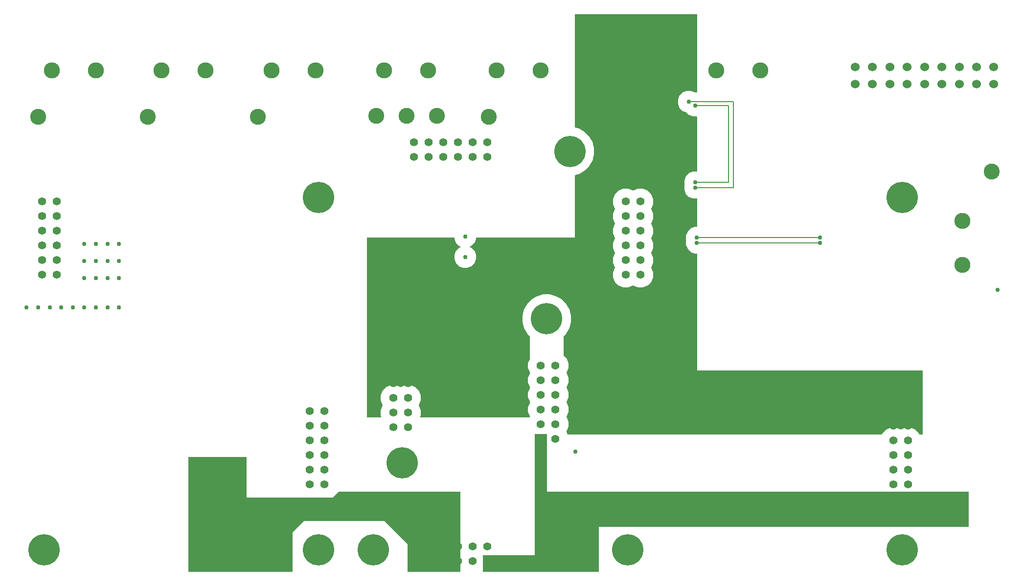
<source format=gbr>
G04 EAGLE Gerber RS-274X export*
G75*
%MOMM*%
%FSLAX34Y34*%
%LPD*%
%INCopper Layer 2*%
%IPPOS*%
%AMOC8*
5,1,8,0,0,1.08239X$1,22.5*%
G01*
%ADD10C,2.781300*%
%ADD11C,1.530000*%
%ADD12C,2.760000*%
%ADD13C,5.416000*%
%ADD14C,1.408000*%
%ADD15C,0.756400*%
%ADD16C,0.203200*%

G36*
X1499908Y249258D02*
X1499908Y249258D01*
X1500024Y249275D01*
X1500029Y249278D01*
X1500036Y249279D01*
X1500138Y249333D01*
X1500243Y249386D01*
X1500247Y249391D01*
X1500253Y249394D01*
X1500333Y249478D01*
X1500415Y249562D01*
X1500419Y249568D01*
X1500422Y249572D01*
X1500430Y249589D01*
X1500496Y249709D01*
X1501315Y251685D01*
X1507515Y257885D01*
X1515616Y261241D01*
X1524384Y261241D01*
X1532409Y257917D01*
X1532497Y257896D01*
X1532584Y257868D01*
X1532617Y257868D01*
X1532648Y257861D01*
X1532739Y257869D01*
X1532830Y257870D01*
X1532870Y257882D01*
X1532893Y257884D01*
X1532922Y257897D01*
X1532991Y257917D01*
X1541016Y261241D01*
X1549784Y261241D01*
X1557885Y257885D01*
X1564085Y251685D01*
X1564904Y249709D01*
X1564965Y249609D01*
X1565025Y249509D01*
X1565030Y249505D01*
X1565033Y249500D01*
X1565123Y249425D01*
X1565212Y249349D01*
X1565218Y249347D01*
X1565223Y249343D01*
X1565331Y249301D01*
X1565440Y249257D01*
X1565448Y249256D01*
X1565453Y249255D01*
X1565471Y249254D01*
X1565607Y249239D01*
X1570000Y249239D01*
X1570020Y249242D01*
X1570039Y249240D01*
X1570141Y249262D01*
X1570243Y249279D01*
X1570260Y249288D01*
X1570280Y249292D01*
X1570369Y249345D01*
X1570460Y249394D01*
X1570474Y249408D01*
X1570491Y249418D01*
X1570558Y249497D01*
X1570630Y249572D01*
X1570638Y249590D01*
X1570651Y249605D01*
X1570690Y249701D01*
X1570733Y249795D01*
X1570735Y249815D01*
X1570743Y249833D01*
X1570761Y250000D01*
X1570761Y360000D01*
X1570758Y360020D01*
X1570760Y360039D01*
X1570738Y360141D01*
X1570722Y360243D01*
X1570712Y360260D01*
X1570708Y360280D01*
X1570655Y360369D01*
X1570606Y360460D01*
X1570592Y360474D01*
X1570582Y360491D01*
X1570503Y360558D01*
X1570428Y360630D01*
X1570410Y360638D01*
X1570395Y360651D01*
X1570299Y360690D01*
X1570205Y360733D01*
X1570185Y360735D01*
X1570167Y360743D01*
X1570000Y360761D01*
X1180761Y360761D01*
X1180761Y561912D01*
X1180758Y561932D01*
X1180760Y561951D01*
X1180738Y562053D01*
X1180722Y562155D01*
X1180712Y562172D01*
X1180708Y562192D01*
X1180655Y562281D01*
X1180606Y562372D01*
X1180592Y562386D01*
X1180582Y562403D01*
X1180503Y562470D01*
X1180428Y562542D01*
X1180410Y562550D01*
X1180395Y562563D01*
X1180299Y562602D01*
X1180205Y562645D01*
X1180185Y562647D01*
X1180167Y562655D01*
X1180000Y562673D01*
X1176264Y562673D01*
X1169360Y565533D01*
X1164077Y570816D01*
X1161217Y577720D01*
X1161217Y585192D01*
X1161431Y585709D01*
X1161452Y585797D01*
X1161480Y585884D01*
X1161480Y585917D01*
X1161487Y585948D01*
X1161479Y586039D01*
X1161478Y586130D01*
X1161467Y586170D01*
X1161464Y586193D01*
X1161451Y586222D01*
X1161431Y586291D01*
X1161217Y586808D01*
X1161217Y594280D01*
X1164077Y601184D01*
X1169360Y606467D01*
X1176264Y609327D01*
X1180000Y609327D01*
X1180020Y609330D01*
X1180039Y609328D01*
X1180141Y609350D01*
X1180243Y609366D01*
X1180260Y609376D01*
X1180280Y609380D01*
X1180369Y609433D01*
X1180460Y609482D01*
X1180474Y609496D01*
X1180491Y609506D01*
X1180558Y609585D01*
X1180630Y609660D01*
X1180638Y609678D01*
X1180651Y609693D01*
X1180690Y609789D01*
X1180733Y609883D01*
X1180735Y609903D01*
X1180743Y609921D01*
X1180761Y610088D01*
X1180761Y657456D01*
X1180758Y657476D01*
X1180760Y657495D01*
X1180738Y657597D01*
X1180722Y657699D01*
X1180712Y657716D01*
X1180708Y657736D01*
X1180655Y657825D01*
X1180606Y657916D01*
X1180592Y657930D01*
X1180582Y657947D01*
X1180503Y658014D01*
X1180428Y658086D01*
X1180410Y658094D01*
X1180395Y658107D01*
X1180299Y658146D01*
X1180205Y658189D01*
X1180185Y658191D01*
X1180167Y658199D01*
X1180000Y658217D01*
X1173264Y658217D01*
X1166360Y661077D01*
X1161077Y666360D01*
X1158217Y673264D01*
X1158217Y680736D01*
X1158431Y681253D01*
X1158452Y681341D01*
X1158480Y681428D01*
X1158480Y681461D01*
X1158487Y681492D01*
X1158479Y681583D01*
X1158478Y681674D01*
X1158467Y681714D01*
X1158464Y681737D01*
X1158451Y681766D01*
X1158431Y681835D01*
X1158217Y682352D01*
X1158217Y689824D01*
X1161077Y696728D01*
X1166360Y702011D01*
X1173264Y704871D01*
X1180000Y704871D01*
X1180020Y704874D01*
X1180039Y704872D01*
X1180141Y704894D01*
X1180243Y704910D01*
X1180260Y704920D01*
X1180280Y704924D01*
X1180369Y704977D01*
X1180460Y705026D01*
X1180474Y705040D01*
X1180491Y705050D01*
X1180558Y705129D01*
X1180630Y705204D01*
X1180638Y705222D01*
X1180651Y705237D01*
X1180690Y705333D01*
X1180733Y705427D01*
X1180735Y705447D01*
X1180743Y705465D01*
X1180761Y705632D01*
X1180761Y799456D01*
X1180758Y799476D01*
X1180760Y799495D01*
X1180738Y799597D01*
X1180722Y799699D01*
X1180712Y799716D01*
X1180708Y799736D01*
X1180655Y799825D01*
X1180606Y799916D01*
X1180592Y799930D01*
X1180582Y799947D01*
X1180503Y800014D01*
X1180428Y800086D01*
X1180410Y800094D01*
X1180395Y800107D01*
X1180299Y800146D01*
X1180205Y800189D01*
X1180185Y800191D01*
X1180167Y800199D01*
X1180000Y800217D01*
X1173264Y800217D01*
X1166360Y803077D01*
X1162296Y807141D01*
X1162243Y807179D01*
X1162196Y807225D01*
X1162123Y807266D01*
X1162096Y807285D01*
X1162078Y807291D01*
X1162049Y807306D01*
X1155360Y810077D01*
X1150077Y815360D01*
X1147217Y822264D01*
X1147217Y829736D01*
X1150077Y836640D01*
X1155360Y841923D01*
X1162264Y844783D01*
X1169736Y844783D01*
X1176274Y842075D01*
X1176338Y842060D01*
X1176399Y842035D01*
X1176481Y842026D01*
X1176513Y842019D01*
X1176533Y842020D01*
X1176565Y842017D01*
X1180000Y842017D01*
X1180020Y842020D01*
X1180039Y842018D01*
X1180141Y842040D01*
X1180243Y842056D01*
X1180260Y842066D01*
X1180280Y842070D01*
X1180369Y842123D01*
X1180460Y842172D01*
X1180474Y842186D01*
X1180491Y842196D01*
X1180558Y842275D01*
X1180630Y842350D01*
X1180638Y842368D01*
X1180651Y842383D01*
X1180690Y842479D01*
X1180733Y842573D01*
X1180735Y842593D01*
X1180743Y842611D01*
X1180761Y842778D01*
X1180761Y977238D01*
X1180758Y977258D01*
X1180760Y977277D01*
X1180738Y977379D01*
X1180722Y977481D01*
X1180712Y977498D01*
X1180708Y977518D01*
X1180655Y977607D01*
X1180606Y977698D01*
X1180592Y977712D01*
X1180582Y977729D01*
X1180503Y977796D01*
X1180428Y977868D01*
X1180410Y977876D01*
X1180395Y977889D01*
X1180299Y977928D01*
X1180205Y977971D01*
X1180185Y977973D01*
X1180167Y977981D01*
X1180000Y977999D01*
X970000Y977999D01*
X969980Y977996D01*
X969961Y977998D01*
X969859Y977976D01*
X969757Y977960D01*
X969740Y977950D01*
X969720Y977946D01*
X969631Y977893D01*
X969540Y977844D01*
X969526Y977830D01*
X969509Y977820D01*
X969442Y977741D01*
X969371Y977666D01*
X969362Y977648D01*
X969349Y977633D01*
X969310Y977537D01*
X969267Y977443D01*
X969265Y977423D01*
X969257Y977405D01*
X969239Y977238D01*
X969239Y781674D01*
X969246Y781631D01*
X969244Y781587D01*
X969266Y781510D01*
X969279Y781431D01*
X969299Y781392D01*
X969311Y781350D01*
X969356Y781284D01*
X969394Y781214D01*
X969425Y781184D01*
X969450Y781147D01*
X969514Y781099D01*
X969572Y781044D01*
X969612Y781026D01*
X969647Y780999D01*
X969783Y780946D01*
X969795Y780941D01*
X969798Y780940D01*
X969803Y780938D01*
X976243Y779213D01*
X985838Y773673D01*
X993673Y765838D01*
X999213Y756243D01*
X1002081Y745540D01*
X1002081Y734460D01*
X999213Y723757D01*
X993673Y714162D01*
X985838Y706327D01*
X976243Y700787D01*
X969803Y699062D01*
X969763Y699043D01*
X969720Y699034D01*
X969652Y698993D01*
X969579Y698960D01*
X969547Y698930D01*
X969509Y698908D01*
X969457Y698847D01*
X969399Y698793D01*
X969378Y698754D01*
X969349Y698721D01*
X969319Y698647D01*
X969281Y698577D01*
X969274Y698534D01*
X969257Y698493D01*
X969241Y698348D01*
X969239Y698334D01*
X969239Y698331D01*
X969239Y698326D01*
X969239Y590761D01*
X798544Y590761D01*
X798524Y590758D01*
X798505Y590760D01*
X798403Y590738D01*
X798301Y590722D01*
X798284Y590712D01*
X798264Y590708D01*
X798175Y590655D01*
X798084Y590606D01*
X798070Y590592D01*
X798053Y590582D01*
X797986Y590503D01*
X797914Y590428D01*
X797906Y590410D01*
X797893Y590395D01*
X797854Y590299D01*
X797811Y590205D01*
X797809Y590185D01*
X797801Y590167D01*
X797783Y590000D01*
X797783Y588264D01*
X794923Y581360D01*
X789640Y576077D01*
X787531Y575203D01*
X787470Y575166D01*
X787404Y575136D01*
X787366Y575101D01*
X787322Y575074D01*
X787276Y575019D01*
X787223Y574970D01*
X787198Y574924D01*
X787165Y574884D01*
X787139Y574817D01*
X787105Y574754D01*
X787095Y574703D01*
X787077Y574655D01*
X787074Y574583D01*
X787061Y574512D01*
X787069Y574461D01*
X787066Y574409D01*
X787086Y574340D01*
X787097Y574269D01*
X787120Y574223D01*
X787135Y574173D01*
X787176Y574114D01*
X787208Y574050D01*
X787245Y574013D01*
X787275Y573971D01*
X787333Y573928D01*
X787384Y573878D01*
X787447Y573843D01*
X787473Y573824D01*
X787495Y573817D01*
X787531Y573797D01*
X789640Y572923D01*
X794923Y567640D01*
X797783Y560736D01*
X797783Y553264D01*
X794923Y546360D01*
X789640Y541077D01*
X782736Y538217D01*
X775264Y538217D01*
X768360Y541077D01*
X763077Y546360D01*
X760217Y553264D01*
X760217Y560736D01*
X763077Y567640D01*
X768360Y572923D01*
X770469Y573797D01*
X770530Y573835D01*
X770596Y573864D01*
X770634Y573899D01*
X770678Y573926D01*
X770724Y573982D01*
X770777Y574030D01*
X770802Y574076D01*
X770835Y574116D01*
X770861Y574183D01*
X770895Y574246D01*
X770905Y574297D01*
X770923Y574345D01*
X770926Y574417D01*
X770939Y574488D01*
X770931Y574539D01*
X770934Y574591D01*
X770914Y574660D01*
X770903Y574731D01*
X770880Y574777D01*
X770865Y574827D01*
X770824Y574886D01*
X770792Y574950D01*
X770755Y574987D01*
X770725Y575029D01*
X770667Y575072D01*
X770616Y575122D01*
X770553Y575157D01*
X770527Y575176D01*
X770505Y575183D01*
X770469Y575203D01*
X768360Y576077D01*
X763077Y581360D01*
X760217Y588264D01*
X760217Y590000D01*
X760214Y590020D01*
X760216Y590039D01*
X760194Y590141D01*
X760178Y590243D01*
X760168Y590260D01*
X760164Y590280D01*
X760111Y590369D01*
X760062Y590460D01*
X760048Y590474D01*
X760038Y590491D01*
X759959Y590558D01*
X759884Y590630D01*
X759866Y590638D01*
X759851Y590651D01*
X759755Y590690D01*
X759661Y590733D01*
X759641Y590735D01*
X759623Y590743D01*
X759456Y590761D01*
X610000Y590761D01*
X609980Y590758D01*
X609961Y590760D01*
X609859Y590738D01*
X609757Y590722D01*
X609740Y590712D01*
X609720Y590708D01*
X609631Y590655D01*
X609540Y590606D01*
X609526Y590592D01*
X609509Y590582D01*
X609442Y590503D01*
X609371Y590428D01*
X609362Y590410D01*
X609349Y590395D01*
X609310Y590299D01*
X609267Y590205D01*
X609265Y590185D01*
X609257Y590167D01*
X609239Y590000D01*
X609239Y280000D01*
X609242Y279980D01*
X609240Y279961D01*
X609262Y279859D01*
X609279Y279757D01*
X609288Y279740D01*
X609292Y279720D01*
X609345Y279631D01*
X609394Y279540D01*
X609408Y279526D01*
X609418Y279509D01*
X609497Y279442D01*
X609572Y279371D01*
X609590Y279362D01*
X609605Y279349D01*
X609701Y279310D01*
X609795Y279267D01*
X609815Y279265D01*
X609833Y279257D01*
X610000Y279239D01*
X632985Y279239D01*
X633030Y279246D01*
X633076Y279244D01*
X633151Y279266D01*
X633227Y279279D01*
X633268Y279300D01*
X633312Y279313D01*
X633376Y279357D01*
X633445Y279394D01*
X633476Y279427D01*
X633514Y279453D01*
X633560Y279515D01*
X633614Y279572D01*
X633633Y279614D01*
X633661Y279650D01*
X633685Y279724D01*
X633718Y279795D01*
X633723Y279841D01*
X633737Y279884D01*
X633736Y279962D01*
X633745Y280039D01*
X633735Y280084D01*
X633735Y280130D01*
X633696Y280262D01*
X633692Y280280D01*
X633690Y280284D01*
X633688Y280291D01*
X632559Y283016D01*
X632559Y291784D01*
X635883Y299809D01*
X635904Y299897D01*
X635932Y299984D01*
X635932Y300017D01*
X635939Y300048D01*
X635931Y300139D01*
X635930Y300230D01*
X635918Y300270D01*
X635916Y300293D01*
X635903Y300322D01*
X635883Y300391D01*
X632559Y308416D01*
X632559Y317184D01*
X635915Y325285D01*
X642115Y331485D01*
X650216Y334841D01*
X658984Y334841D01*
X667009Y331517D01*
X667097Y331496D01*
X667184Y331468D01*
X667217Y331468D01*
X667248Y331461D01*
X667339Y331469D01*
X667430Y331470D01*
X667470Y331482D01*
X667493Y331484D01*
X667522Y331497D01*
X667591Y331517D01*
X675616Y334841D01*
X684384Y334841D01*
X692485Y331485D01*
X698685Y325285D01*
X702041Y317184D01*
X702041Y308416D01*
X698717Y300391D01*
X698696Y300303D01*
X698668Y300216D01*
X698668Y300183D01*
X698661Y300152D01*
X698669Y300061D01*
X698670Y299970D01*
X698682Y299930D01*
X698684Y299907D01*
X698697Y299878D01*
X698717Y299809D01*
X702041Y291784D01*
X702041Y283016D01*
X700912Y280291D01*
X700902Y280247D01*
X700882Y280205D01*
X700874Y280128D01*
X700856Y280052D01*
X700860Y280006D01*
X700855Y279961D01*
X700872Y279884D01*
X700879Y279807D01*
X700898Y279765D01*
X700908Y279720D01*
X700947Y279653D01*
X700979Y279582D01*
X701010Y279548D01*
X701034Y279509D01*
X701093Y279459D01*
X701146Y279401D01*
X701186Y279379D01*
X701221Y279349D01*
X701293Y279320D01*
X701361Y279283D01*
X701406Y279274D01*
X701449Y279257D01*
X701585Y279242D01*
X701603Y279239D01*
X701608Y279240D01*
X701615Y279239D01*
X890000Y279239D01*
X890020Y279242D01*
X890039Y279240D01*
X890141Y279262D01*
X890243Y279279D01*
X890260Y279288D01*
X890280Y279292D01*
X890369Y279345D01*
X890460Y279394D01*
X890474Y279408D01*
X890491Y279418D01*
X890558Y279497D01*
X890630Y279572D01*
X890638Y279590D01*
X890651Y279605D01*
X890690Y279701D01*
X890733Y279795D01*
X890735Y279815D01*
X890743Y279833D01*
X890761Y280000D01*
X890761Y281500D01*
X890751Y281565D01*
X890750Y281630D01*
X890727Y281710D01*
X890722Y281743D01*
X890712Y281760D01*
X890703Y281791D01*
X887959Y288416D01*
X887959Y297184D01*
X890703Y303809D01*
X890711Y303842D01*
X890712Y303844D01*
X890712Y303847D01*
X890718Y303873D01*
X890743Y303933D01*
X890752Y304016D01*
X890759Y304048D01*
X890758Y304068D01*
X890761Y304100D01*
X890761Y306900D01*
X890751Y306965D01*
X890750Y307030D01*
X890727Y307110D01*
X890722Y307143D01*
X890712Y307160D01*
X890703Y307191D01*
X887959Y313816D01*
X887959Y322584D01*
X890703Y329209D01*
X890718Y329273D01*
X890743Y329333D01*
X890752Y329416D01*
X890759Y329448D01*
X890758Y329468D01*
X890761Y329500D01*
X890761Y332300D01*
X890751Y332365D01*
X890750Y332430D01*
X890727Y332510D01*
X890722Y332543D01*
X890712Y332560D01*
X890703Y332591D01*
X887959Y339216D01*
X887959Y347984D01*
X890703Y354609D01*
X890718Y354673D01*
X890743Y354733D01*
X890752Y354816D01*
X890759Y354848D01*
X890758Y354868D01*
X890761Y354900D01*
X890761Y357700D01*
X890751Y357765D01*
X890750Y357830D01*
X890727Y357910D01*
X890722Y357943D01*
X890712Y357960D01*
X890703Y357991D01*
X887959Y364616D01*
X887959Y373384D01*
X890703Y380009D01*
X890718Y380073D01*
X890743Y380133D01*
X890752Y380216D01*
X890759Y380248D01*
X890758Y380268D01*
X890761Y380300D01*
X890761Y419412D01*
X890747Y419502D01*
X890739Y419593D01*
X890727Y419623D01*
X890722Y419655D01*
X890679Y419736D01*
X890643Y419820D01*
X890617Y419852D01*
X890606Y419872D01*
X890583Y419895D01*
X890538Y419951D01*
X886327Y424162D01*
X880787Y433757D01*
X877919Y444460D01*
X877919Y455540D01*
X880787Y466243D01*
X886327Y475838D01*
X894162Y483673D01*
X903757Y489213D01*
X914460Y492081D01*
X925540Y492081D01*
X936243Y489213D01*
X945838Y483673D01*
X953673Y475838D01*
X959213Y466243D01*
X962081Y455540D01*
X962081Y444460D01*
X959213Y433757D01*
X953673Y424162D01*
X949462Y419951D01*
X949409Y419877D01*
X949349Y419807D01*
X949337Y419777D01*
X949318Y419751D01*
X949291Y419664D01*
X949257Y419579D01*
X949253Y419538D01*
X949246Y419516D01*
X949247Y419484D01*
X949239Y419412D01*
X949239Y386647D01*
X949254Y386557D01*
X949261Y386466D01*
X949273Y386436D01*
X949279Y386404D01*
X949321Y386323D01*
X949357Y386240D01*
X949383Y386207D01*
X949394Y386187D01*
X949417Y386165D01*
X949462Y386109D01*
X954085Y381485D01*
X957441Y373384D01*
X957441Y364616D01*
X954117Y356591D01*
X954096Y356503D01*
X954068Y356416D01*
X954068Y356383D01*
X954061Y356352D01*
X954069Y356261D01*
X954070Y356170D01*
X954082Y356130D01*
X954084Y356107D01*
X954097Y356078D01*
X954117Y356009D01*
X957441Y347984D01*
X957441Y339216D01*
X954117Y331191D01*
X954096Y331103D01*
X954068Y331016D01*
X954068Y330983D01*
X954061Y330952D01*
X954069Y330861D01*
X954070Y330770D01*
X954082Y330730D01*
X954084Y330707D01*
X954097Y330678D01*
X954117Y330609D01*
X957441Y322584D01*
X957441Y313816D01*
X954117Y305791D01*
X954096Y305703D01*
X954068Y305616D01*
X954068Y305583D01*
X954061Y305552D01*
X954069Y305461D01*
X954070Y305370D01*
X954082Y305330D01*
X954084Y305307D01*
X954097Y305278D01*
X954117Y305209D01*
X957441Y297184D01*
X957441Y288416D01*
X954117Y280391D01*
X954096Y280303D01*
X954068Y280216D01*
X954068Y280183D01*
X954061Y280152D01*
X954069Y280061D01*
X954070Y279970D01*
X954082Y279930D01*
X954084Y279907D01*
X954097Y279878D01*
X954117Y279809D01*
X957441Y271784D01*
X957441Y263016D01*
X954117Y254991D01*
X954096Y254903D01*
X954068Y254816D01*
X954068Y254783D01*
X954061Y254752D01*
X954069Y254661D01*
X954070Y254570D01*
X954082Y254530D01*
X954084Y254507D01*
X954097Y254478D01*
X954117Y254409D01*
X956064Y249709D01*
X956125Y249609D01*
X956185Y249509D01*
X956190Y249505D01*
X956193Y249500D01*
X956283Y249425D01*
X956372Y249349D01*
X956378Y249347D01*
X956383Y249343D01*
X956491Y249301D01*
X956600Y249257D01*
X956608Y249256D01*
X956612Y249255D01*
X956631Y249254D01*
X956767Y249239D01*
X1499793Y249239D01*
X1499908Y249258D01*
G37*
G36*
X1010050Y11172D02*
X1010050Y11172D01*
X1010101Y11174D01*
X1010133Y11192D01*
X1010169Y11200D01*
X1010208Y11233D01*
X1010253Y11257D01*
X1010274Y11287D01*
X1010302Y11310D01*
X1010323Y11357D01*
X1010353Y11399D01*
X1010361Y11441D01*
X1010373Y11469D01*
X1010372Y11499D01*
X1010380Y11541D01*
X1010380Y89620D01*
X1650000Y89620D01*
X1650050Y89631D01*
X1650101Y89633D01*
X1650133Y89651D01*
X1650169Y89659D01*
X1650208Y89692D01*
X1650253Y89716D01*
X1650274Y89746D01*
X1650302Y89769D01*
X1650323Y89816D01*
X1650353Y89858D01*
X1650361Y89900D01*
X1650373Y89928D01*
X1650372Y89958D01*
X1650380Y90000D01*
X1650380Y150000D01*
X1650369Y150050D01*
X1650367Y150101D01*
X1650349Y150133D01*
X1650341Y150169D01*
X1650308Y150208D01*
X1650284Y150253D01*
X1650254Y150274D01*
X1650231Y150302D01*
X1650184Y150323D01*
X1650142Y150353D01*
X1650100Y150361D01*
X1650072Y150373D01*
X1650042Y150372D01*
X1650000Y150380D01*
X920380Y150380D01*
X920380Y250000D01*
X920369Y250050D01*
X920367Y250101D01*
X920349Y250133D01*
X920341Y250169D01*
X920308Y250208D01*
X920284Y250253D01*
X920254Y250274D01*
X920231Y250302D01*
X920184Y250323D01*
X920142Y250353D01*
X920100Y250361D01*
X920072Y250373D01*
X920042Y250372D01*
X920000Y250380D01*
X900000Y250380D01*
X899950Y250369D01*
X899899Y250367D01*
X899867Y250349D01*
X899831Y250341D01*
X899792Y250308D01*
X899747Y250284D01*
X899726Y250254D01*
X899698Y250231D01*
X899677Y250184D01*
X899647Y250142D01*
X899639Y250100D01*
X899627Y250072D01*
X899628Y250042D01*
X899620Y250000D01*
X899620Y40380D01*
X810000Y40380D01*
X809950Y40369D01*
X809899Y40367D01*
X809867Y40349D01*
X809831Y40341D01*
X809792Y40308D01*
X809747Y40284D01*
X809726Y40254D01*
X809698Y40231D01*
X809677Y40184D01*
X809647Y40142D01*
X809639Y40100D01*
X809627Y40072D01*
X809628Y40042D01*
X809620Y40000D01*
X809620Y11541D01*
X809631Y11491D01*
X809633Y11440D01*
X809651Y11408D01*
X809659Y11372D01*
X809692Y11333D01*
X809716Y11288D01*
X809746Y11267D01*
X809769Y11239D01*
X809816Y11218D01*
X809858Y11188D01*
X809900Y11180D01*
X809928Y11168D01*
X809958Y11169D01*
X810000Y11161D01*
X1010000Y11161D01*
X1010050Y11172D01*
G37*
G36*
X480050Y11172D02*
X480050Y11172D01*
X480101Y11174D01*
X480133Y11192D01*
X480169Y11200D01*
X480208Y11233D01*
X480253Y11257D01*
X480274Y11287D01*
X480302Y11310D01*
X480323Y11357D01*
X480353Y11399D01*
X480361Y11441D01*
X480373Y11469D01*
X480372Y11499D01*
X480380Y11541D01*
X480380Y79843D01*
X500158Y99620D01*
X639843Y99620D01*
X679620Y59843D01*
X679620Y11541D01*
X679631Y11491D01*
X679633Y11440D01*
X679651Y11408D01*
X679659Y11372D01*
X679692Y11333D01*
X679716Y11288D01*
X679746Y11267D01*
X679769Y11239D01*
X679816Y11218D01*
X679858Y11188D01*
X679900Y11180D01*
X679928Y11168D01*
X679958Y11169D01*
X680000Y11161D01*
X770000Y11161D01*
X770050Y11172D01*
X770101Y11174D01*
X770133Y11192D01*
X770169Y11200D01*
X770208Y11233D01*
X770253Y11257D01*
X770274Y11287D01*
X770302Y11310D01*
X770323Y11357D01*
X770353Y11399D01*
X770361Y11441D01*
X770373Y11469D01*
X770372Y11499D01*
X770380Y11541D01*
X770380Y150000D01*
X770369Y150050D01*
X770367Y150101D01*
X770349Y150133D01*
X770341Y150169D01*
X770308Y150208D01*
X770284Y150253D01*
X770254Y150274D01*
X770231Y150302D01*
X770184Y150323D01*
X770142Y150353D01*
X770100Y150361D01*
X770072Y150373D01*
X770042Y150372D01*
X770000Y150380D01*
X560000Y150380D01*
X559926Y150363D01*
X559851Y150350D01*
X559841Y150343D01*
X559831Y150341D01*
X559802Y150317D01*
X559731Y150269D01*
X549843Y140380D01*
X400380Y140380D01*
X400380Y210000D01*
X400369Y210050D01*
X400367Y210101D01*
X400349Y210133D01*
X400341Y210169D01*
X400308Y210208D01*
X400284Y210253D01*
X400254Y210274D01*
X400231Y210302D01*
X400184Y210323D01*
X400142Y210353D01*
X400100Y210361D01*
X400072Y210373D01*
X400042Y210372D01*
X400000Y210380D01*
X300000Y210380D01*
X299950Y210369D01*
X299899Y210367D01*
X299867Y210349D01*
X299831Y210341D01*
X299792Y210308D01*
X299747Y210284D01*
X299726Y210254D01*
X299698Y210231D01*
X299677Y210184D01*
X299647Y210142D01*
X299639Y210100D01*
X299627Y210072D01*
X299628Y210042D01*
X299620Y210000D01*
X299620Y11541D01*
X299631Y11491D01*
X299633Y11440D01*
X299651Y11408D01*
X299659Y11372D01*
X299692Y11333D01*
X299716Y11288D01*
X299746Y11267D01*
X299769Y11239D01*
X299816Y11218D01*
X299858Y11188D01*
X299900Y11180D01*
X299928Y11168D01*
X299958Y11169D01*
X300000Y11161D01*
X480000Y11161D01*
X480050Y11172D01*
G37*
%LPC*%
G36*
X1052616Y503959D02*
X1052616Y503959D01*
X1044515Y507315D01*
X1038315Y513515D01*
X1034959Y521616D01*
X1034959Y530384D01*
X1038283Y538409D01*
X1038304Y538497D01*
X1038332Y538584D01*
X1038332Y538617D01*
X1038339Y538648D01*
X1038331Y538739D01*
X1038330Y538830D01*
X1038318Y538870D01*
X1038316Y538893D01*
X1038303Y538922D01*
X1038283Y538991D01*
X1034959Y547016D01*
X1034959Y555784D01*
X1038283Y563809D01*
X1038304Y563897D01*
X1038332Y563984D01*
X1038332Y564017D01*
X1038339Y564048D01*
X1038331Y564139D01*
X1038330Y564230D01*
X1038318Y564270D01*
X1038316Y564293D01*
X1038303Y564322D01*
X1038283Y564391D01*
X1034959Y572416D01*
X1034959Y581184D01*
X1038283Y589209D01*
X1038304Y589297D01*
X1038332Y589384D01*
X1038332Y589417D01*
X1038339Y589448D01*
X1038331Y589539D01*
X1038333Y589557D01*
X1038330Y589568D01*
X1038330Y589630D01*
X1038318Y589670D01*
X1038316Y589693D01*
X1038303Y589722D01*
X1038283Y589791D01*
X1034959Y597816D01*
X1034959Y606584D01*
X1038283Y614609D01*
X1038304Y614697D01*
X1038332Y614784D01*
X1038332Y614817D01*
X1038339Y614848D01*
X1038331Y614939D01*
X1038330Y615030D01*
X1038318Y615070D01*
X1038316Y615093D01*
X1038303Y615122D01*
X1038283Y615191D01*
X1034959Y623216D01*
X1034959Y631984D01*
X1038283Y640009D01*
X1038304Y640097D01*
X1038332Y640184D01*
X1038332Y640217D01*
X1038339Y640248D01*
X1038331Y640339D01*
X1038330Y640430D01*
X1038318Y640470D01*
X1038316Y640493D01*
X1038303Y640522D01*
X1038283Y640591D01*
X1034959Y648616D01*
X1034959Y657384D01*
X1038315Y665485D01*
X1044515Y671685D01*
X1052616Y675041D01*
X1061384Y675041D01*
X1069409Y671717D01*
X1069497Y671696D01*
X1069584Y671668D01*
X1069617Y671668D01*
X1069648Y671661D01*
X1069739Y671669D01*
X1069830Y671670D01*
X1069870Y671682D01*
X1069893Y671684D01*
X1069922Y671697D01*
X1069991Y671717D01*
X1078016Y675041D01*
X1086784Y675041D01*
X1094885Y671685D01*
X1101085Y665485D01*
X1104441Y657384D01*
X1104441Y648616D01*
X1101117Y640591D01*
X1101096Y640503D01*
X1101068Y640416D01*
X1101068Y640383D01*
X1101061Y640352D01*
X1101069Y640261D01*
X1101070Y640170D01*
X1101082Y640130D01*
X1101084Y640107D01*
X1101097Y640078D01*
X1101117Y640009D01*
X1104441Y631984D01*
X1104441Y623216D01*
X1101117Y615191D01*
X1101096Y615103D01*
X1101068Y615016D01*
X1101068Y614983D01*
X1101061Y614952D01*
X1101069Y614861D01*
X1101070Y614770D01*
X1101082Y614730D01*
X1101084Y614707D01*
X1101097Y614678D01*
X1101117Y614609D01*
X1104441Y606584D01*
X1104441Y597816D01*
X1101117Y589791D01*
X1101107Y589751D01*
X1101094Y589723D01*
X1101090Y589684D01*
X1101068Y589616D01*
X1101068Y589583D01*
X1101061Y589552D01*
X1101067Y589480D01*
X1101067Y589478D01*
X1101068Y589474D01*
X1101069Y589461D01*
X1101070Y589370D01*
X1101082Y589330D01*
X1101084Y589307D01*
X1101097Y589278D01*
X1101117Y589209D01*
X1104441Y581184D01*
X1104441Y572416D01*
X1101117Y564391D01*
X1101096Y564303D01*
X1101068Y564216D01*
X1101068Y564183D01*
X1101061Y564152D01*
X1101069Y564061D01*
X1101070Y563970D01*
X1101082Y563930D01*
X1101084Y563907D01*
X1101097Y563878D01*
X1101117Y563809D01*
X1104441Y555784D01*
X1104441Y547016D01*
X1101117Y538991D01*
X1101096Y538903D01*
X1101068Y538816D01*
X1101068Y538783D01*
X1101061Y538752D01*
X1101069Y538661D01*
X1101070Y538570D01*
X1101082Y538530D01*
X1101084Y538507D01*
X1101097Y538478D01*
X1101117Y538409D01*
X1104441Y530384D01*
X1104441Y521616D01*
X1101085Y513515D01*
X1094885Y507315D01*
X1086784Y503959D01*
X1078016Y503959D01*
X1069991Y507283D01*
X1069903Y507304D01*
X1069816Y507332D01*
X1069783Y507332D01*
X1069752Y507339D01*
X1069661Y507331D01*
X1069570Y507330D01*
X1069530Y507318D01*
X1069507Y507316D01*
X1069478Y507303D01*
X1069409Y507283D01*
X1061384Y503959D01*
X1052616Y503959D01*
G37*
%LPD*%
D10*
X330000Y880000D03*
X253800Y880000D03*
X910000Y880000D03*
X833800Y880000D03*
X140000Y880000D03*
X63800Y880000D03*
X1100000Y880000D03*
X1023800Y880000D03*
X520000Y880000D03*
X443800Y880000D03*
X1290000Y880000D03*
X1213800Y880000D03*
X1639000Y543000D03*
X1639000Y619200D03*
X715000Y880000D03*
X638800Y880000D03*
D11*
X1454000Y886500D03*
X1454000Y856500D03*
X1484000Y886500D03*
X1484000Y856500D03*
X1514000Y886500D03*
X1514000Y856500D03*
X1544000Y886500D03*
X1544000Y856500D03*
X1574000Y886500D03*
X1574000Y856500D03*
X1604000Y886500D03*
X1604000Y856500D03*
X1634000Y886500D03*
X1634000Y856500D03*
X1664000Y886500D03*
X1664000Y856500D03*
X1694000Y886500D03*
X1694000Y856500D03*
D12*
X40000Y800000D03*
X230000Y800000D03*
X820000Y800000D03*
X420000Y800000D03*
X625000Y801250D03*
X1690000Y705000D03*
X677500Y801250D03*
X730000Y801250D03*
D13*
X525000Y660000D03*
X525000Y50000D03*
X50000Y50000D03*
D14*
X47000Y653000D03*
X47000Y627600D03*
X47000Y602200D03*
X47000Y576800D03*
X47000Y551400D03*
X47000Y526000D03*
X72400Y653000D03*
X72400Y627600D03*
X72400Y602200D03*
X72400Y576800D03*
X72400Y551400D03*
X72400Y526000D03*
X510000Y290000D03*
X510000Y264600D03*
X510000Y239200D03*
X510000Y213800D03*
X510000Y188400D03*
X510000Y163000D03*
X535400Y290000D03*
X535400Y264600D03*
X535400Y239200D03*
X535400Y213800D03*
X535400Y188400D03*
X535400Y163000D03*
D13*
X1535000Y660000D03*
X1535000Y50000D03*
X1060000Y50000D03*
D14*
X1057000Y653000D03*
X1057000Y627600D03*
X1057000Y602200D03*
X1057000Y576800D03*
X1057000Y551400D03*
X1057000Y526000D03*
X1082400Y653000D03*
X1082400Y627600D03*
X1082400Y602200D03*
X1082400Y576800D03*
X1082400Y551400D03*
X1082400Y526000D03*
X1520000Y290000D03*
X1520000Y264600D03*
X1520000Y239200D03*
X1520000Y213800D03*
X1520000Y188400D03*
X1520000Y163000D03*
X1545400Y290000D03*
X1545400Y264600D03*
X1545400Y239200D03*
X1545400Y213800D03*
X1545400Y188400D03*
X1545400Y163000D03*
X910000Y242000D03*
X935400Y242000D03*
X910000Y267400D03*
X935400Y267400D03*
X910000Y292800D03*
X935400Y292800D03*
X910000Y318200D03*
X935400Y318200D03*
X910000Y343600D03*
X935400Y343600D03*
X910000Y369000D03*
X935400Y369000D03*
X680000Y389000D03*
X654600Y389000D03*
X680000Y363600D03*
X654600Y363600D03*
X680000Y338200D03*
X654600Y338200D03*
X680000Y312800D03*
X654600Y312800D03*
X680000Y287400D03*
X654600Y287400D03*
X680000Y262000D03*
X654600Y262000D03*
D13*
X920000Y450000D03*
X670000Y200000D03*
X620000Y50000D03*
X960000Y740000D03*
D14*
X690000Y30000D03*
X690000Y55400D03*
X715400Y30000D03*
X715400Y55400D03*
X740800Y30000D03*
X740800Y55400D03*
X766200Y30000D03*
X766200Y55400D03*
X791600Y30000D03*
X791600Y55400D03*
X817000Y30000D03*
X817000Y55400D03*
X690000Y730000D03*
X690000Y755400D03*
X715400Y730000D03*
X715400Y755400D03*
X740800Y730000D03*
X740800Y755400D03*
X766200Y730000D03*
X766200Y755400D03*
X791600Y730000D03*
X791600Y755400D03*
X817000Y730000D03*
X817000Y755400D03*
D15*
X1640000Y140000D03*
X1640000Y130000D03*
X1640000Y120000D03*
X1640000Y110000D03*
X970000Y220000D03*
X310000Y200000D03*
X310000Y180000D03*
X330000Y180000D03*
X330000Y200000D03*
X350000Y200000D03*
X350000Y180000D03*
X370000Y180000D03*
X370000Y200000D03*
X390000Y200000D03*
X390000Y180000D03*
X390000Y160000D03*
X370000Y160000D03*
X350000Y160000D03*
X330000Y160000D03*
X310000Y160000D03*
X310000Y140000D03*
X330000Y140000D03*
X350000Y140000D03*
X370000Y140000D03*
X390000Y140000D03*
X310000Y120000D03*
X330000Y120000D03*
X350000Y120000D03*
X370000Y120000D03*
X390000Y120000D03*
X310000Y100000D03*
X330000Y100000D03*
X350000Y100000D03*
X370000Y100000D03*
X390000Y100000D03*
X390000Y80000D03*
X370000Y80000D03*
X350000Y80000D03*
X330000Y80000D03*
X310000Y80000D03*
X310000Y60000D03*
X330000Y60000D03*
X350000Y60000D03*
X370000Y60000D03*
X390000Y60000D03*
X390000Y40000D03*
X370000Y40000D03*
X350000Y40000D03*
X330000Y40000D03*
X310000Y40000D03*
X120000Y520000D03*
X140000Y520000D03*
X160000Y520000D03*
X180000Y520000D03*
X180000Y550000D03*
X160000Y550000D03*
X140000Y550000D03*
X120000Y550000D03*
X120000Y470000D03*
X140000Y470000D03*
X160000Y470000D03*
X180000Y470000D03*
X100000Y470000D03*
X80000Y470000D03*
X60000Y470000D03*
X40000Y470000D03*
X20000Y470000D03*
X120000Y580000D03*
X140000Y580000D03*
X160000Y580000D03*
X180000Y580000D03*
X1700000Y500000D03*
X779000Y592000D03*
X779000Y557000D03*
X1177000Y819000D03*
D16*
X1235000Y819000D01*
X1235000Y686088D01*
D15*
X1177000Y686088D03*
D16*
X1235000Y686088D01*
D15*
X1166000Y826000D03*
D16*
X1243000Y826000D01*
D15*
X1177000Y677000D03*
D16*
X1243000Y677000D01*
X1243000Y826000D01*
D15*
X1180000Y590544D03*
D16*
X1393000Y590544D01*
D15*
X1393000Y590544D03*
X1180000Y581456D03*
D16*
X1393000Y581456D01*
D15*
X1393000Y581456D03*
M02*

</source>
